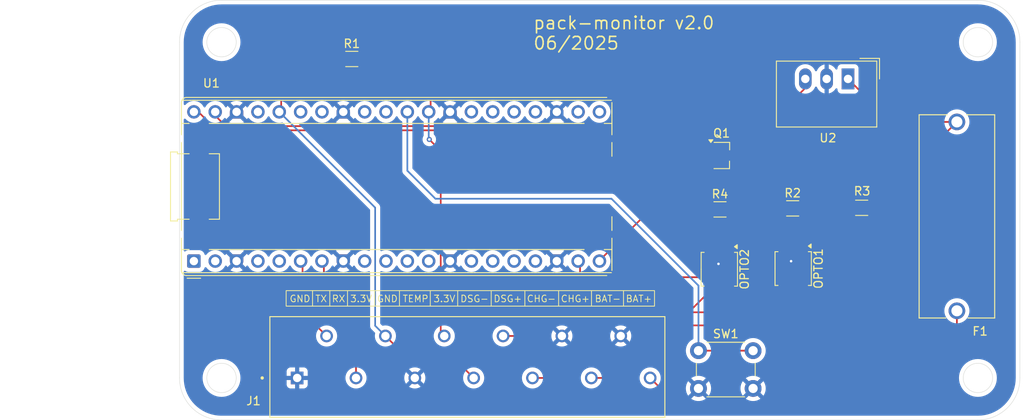
<source format=kicad_pcb>
(kicad_pcb (version 20240108) (generator "pcbnew") (generator_version "8.0")
  (layers (0 "F.Cu" signal) (31 "B.Cu" signal) (34 "B.Paste" user) (35 "F.Paste" user) (36 "B.SilkS" user "B.Silkscreen") (37 "F.SilkS" user "F.Silkscreen") (38 "B.Mask" user) (39 "F.Mask" user) (44 "Edge.Cuts" user))
  (net 0 "")
  (net 1 "+BATT")
  (net 2 "/BATT_V")
  (net 3 "+3.3V")
  (net 4 "GND")
  (net 5 "/DSG+")
  (net 6 "/DSG-")
  (net 7 "/CHG+")
  (net 8 "/CELLS_TX")
  (net 9 "/CELLS_RX")
  (net 10 "Net-(OPTO1-Pad4)")
  (net 11 "Net-(OPTO1-Pad1)")
  (net 12 "Net-(OPTO2-Pad1)")
  (net 13 "Net-(Q1-D)")
  (net 14 "/VSYS")
  (net 15 "/VBUS")
  (net 16 "/CHG")
  (net 17 "/DSG")
  (net 18 "/RESET")
  (net 42 "/TEMP")
  (footprint "Resistor_SMD:R_1206_3216Metric_Pad1.30x1.75mm_HandSolder" (layer "F.Cu") (at 150.5 78.5)
    (property "Reference" "R1" (at 0 -1.82 0) (layer "F.SilkS"))
    (property "Value" "4.7k")
    (pad "1" smd roundrect (at -1.55 0) (size 1.3 1.75) (layers "F.Cu" "F.Paste" "F.Mask") (roundrect_rratio 0.192308) (net 3 "+3.3V"))
    (pad "2" smd roundrect (at 1.55 0) (size 1.3 1.75) (layers "F.Cu" "F.Paste" "F.Mask") (roundrect_rratio 0.192308) (net 42 "/TEMP"))
  )
  (footprint "Package_SO:SOP-4_3.8x4.1mm_P2.54mm" (layer "F.Cu") (at 203.02 103.47 -90)
    (property "Reference" "OPTO1" (at 0 -3 90) (layer "F.SilkS"))
    (property "Value" "SSR")
    (pad "1" smd roundrect (at -2.75 -1.27 270) (size 1.45 0.55) (layers "F.Cu" "F.Paste" "F.Mask") (net 11 "Net-(OPTO1-Pad1)"))
    (pad "2" smd roundrect (at -2.75 1.27 270) (size 1.45 0.55) (layers "F.Cu" "F.Paste" "F.Mask") (net 4 "GND"))
    (pad "3" smd roundrect (at 2.75 1.27 270) (size 1.45 0.55) (layers "F.Cu" "F.Paste" "F.Mask") (net 7 "/CHG+"))
    (pad "4" smd roundrect (at 2.75 -1.27 270) (size 1.45 0.55) (layers "F.Cu" "F.Paste" "F.Mask") (net 10 "Net-(OPTO1-Pad4)"))
  )
  (footprint "pack-monitor:PHOENIX_1985302" (layer "F.Cu") (at 140.75 121.2)
    (property "Reference" "J1" (at -1.94 -1.96 0) (layer "F.SilkS"))
    (property "Value" "1985302")
    (pad "1" thru_hole rect (at 3.25 -4.7) (size 1.508 1.508) (drill 1) (layers "*.Cu" "*.Mask" "In1.Cu" "In2.Cu" "In3.Cu" "In4.Cu" "In5.Cu" "In6.Cu" "In7.Cu" "In8.Cu" "In9.Cu" "In10.Cu" "In11.Cu" "In12.Cu" "In13.Cu" "In14.Cu" "In15.Cu" "In16.Cu" "In17.Cu" "In18.Cu" "In19.Cu" "In20.Cu" "In21.Cu" "In22.Cu" "In23.Cu" "In24.Cu" "In25.Cu" "In26.Cu" "In27.Cu" "In28.Cu" "In29.Cu" "In30.Cu") (net 4 "GND"))
    (pad "2" thru_hole circle (at 6.75 -9.7) (size 1.508 1.508) (drill 1) (layers "*.Cu" "*.Mask" "In1.Cu" "In2.Cu" "In3.Cu" "In4.Cu" "In5.Cu" "In6.Cu" "In7.Cu" "In8.Cu" "In9.Cu" "In10.Cu" "In11.Cu" "In12.Cu" "In13.Cu" "In14.Cu" "In15.Cu" "In16.Cu" "In17.Cu" "In18.Cu" "In19.Cu" "In20.Cu" "In21.Cu" "In22.Cu" "In23.Cu" "In24.Cu" "In25.Cu" "In26.Cu" "In27.Cu" "In28.Cu" "In29.Cu" "In30.Cu") (net 8 "/CELLS_TX"))
    (pad "3" thru_hole circle (at 10.25 -4.7) (size 1.508 1.508) (drill 1) (layers "*.Cu" "*.Mask" "In1.Cu" "In2.Cu" "In3.Cu" "In4.Cu" "In5.Cu" "In6.Cu" "In7.Cu" "In8.Cu" "In9.Cu" "In10.Cu" "In11.Cu" "In12.Cu" "In13.Cu" "In14.Cu" "In15.Cu" "In16.Cu" "In17.Cu" "In18.Cu" "In19.Cu" "In20.Cu" "In21.Cu" "In22.Cu" "In23.Cu" "In24.Cu" "In25.Cu" "In26.Cu" "In27.Cu" "In28.Cu" "In29.Cu" "In30.Cu") (net 9 "/CELLS_RX"))
    (pad "4" thru_hole circle (at 13.75 -9.7) (size 1.508 1.508) (drill 1) (layers "*.Cu" "*.Mask" "In1.Cu" "In2.Cu" "In3.Cu" "In4.Cu" "In5.Cu" "In6.Cu" "In7.Cu" "In8.Cu" "In9.Cu" "In10.Cu" "In11.Cu" "In12.Cu" "In13.Cu" "In14.Cu" "In15.Cu" "In16.Cu" "In17.Cu" "In18.Cu" "In19.Cu" "In20.Cu" "In21.Cu" "In22.Cu" "In23.Cu" "In24.Cu" "In25.Cu" "In26.Cu" "In27.Cu" "In28.Cu" "In29.Cu" "In30.Cu") (net 3 "+3.3V"))
    (pad "5" thru_hole circle (at 17.25 -4.7) (size 1.508 1.508) (drill 1) (layers "*.Cu" "*.Mask" "In1.Cu" "In2.Cu" "In3.Cu" "In4.Cu" "In5.Cu" "In6.Cu" "In7.Cu" "In8.Cu" "In9.Cu" "In10.Cu" "In11.Cu" "In12.Cu" "In13.Cu" "In14.Cu" "In15.Cu" "In16.Cu" "In17.Cu" "In18.Cu" "In19.Cu" "In20.Cu" "In21.Cu" "In22.Cu" "In23.Cu" "In24.Cu" "In25.Cu" "In26.Cu" "In27.Cu" "In28.Cu" "In29.Cu" "In30.Cu") (net 4 "GND"))
    (pad "6" thru_hole circle (at 20.75 -9.7) (size 1.508 1.508) (drill 1) (layers "*.Cu" "*.Mask" "In1.Cu" "In2.Cu" "In3.Cu" "In4.Cu" "In5.Cu" "In6.Cu" "In7.Cu" "In8.Cu" "In9.Cu" "In10.Cu" "In11.Cu" "In12.Cu" "In13.Cu" "In14.Cu" "In15.Cu" "In16.Cu" "In17.Cu" "In18.Cu" "In19.Cu" "In20.Cu" "In21.Cu" "In22.Cu" "In23.Cu" "In24.Cu" "In25.Cu" "In26.Cu" "In27.Cu" "In28.Cu" "In29.Cu" "In30.Cu") (net 42 "/TEMP"))
    (pad "7" thru_hole circle (at 24.25 -4.7) (size 1.508 1.508) (drill 1) (layers "*.Cu" "*.Mask" "In1.Cu" "In2.Cu" "In3.Cu" "In4.Cu" "In5.Cu" "In6.Cu" "In7.Cu" "In8.Cu" "In9.Cu" "In10.Cu" "In11.Cu" "In12.Cu" "In13.Cu" "In14.Cu" "In15.Cu" "In16.Cu" "In17.Cu" "In18.Cu" "In19.Cu" "In20.Cu" "In21.Cu" "In22.Cu" "In23.Cu" "In24.Cu" "In25.Cu" "In26.Cu" "In27.Cu" "In28.Cu" "In29.Cu" "In30.Cu") (net 3 "+3.3V"))
    (pad "8" thru_hole circle (at 27.75 -9.7) (size 1.508 1.508) (drill 1) (layers "*.Cu" "*.Mask" "In1.Cu" "In2.Cu" "In3.Cu" "In4.Cu" "In5.Cu" "In6.Cu" "In7.Cu" "In8.Cu" "In9.Cu" "In10.Cu" "In11.Cu" "In12.Cu" "In13.Cu" "In14.Cu" "In15.Cu" "In16.Cu" "In17.Cu" "In18.Cu" "In19.Cu" "In20.Cu" "In21.Cu" "In22.Cu" "In23.Cu" "In24.Cu" "In25.Cu" "In26.Cu" "In27.Cu" "In28.Cu" "In29.Cu" "In30.Cu") (net 6 "/DSG-"))
    (pad "9" thru_hole circle (at 31.25 -4.7) (size 1.508 1.508) (drill 1) (layers "*.Cu" "*.Mask" "In1.Cu" "In2.Cu" "In3.Cu" "In4.Cu" "In5.Cu" "In6.Cu" "In7.Cu" "In8.Cu" "In9.Cu" "In10.Cu" "In11.Cu" "In12.Cu" "In13.Cu" "In14.Cu" "In15.Cu" "In16.Cu" "In17.Cu" "In18.Cu" "In19.Cu" "In20.Cu" "In21.Cu" "In22.Cu" "In23.Cu" "In24.Cu" "In25.Cu" "In26.Cu" "In27.Cu" "In28.Cu" "In29.Cu" "In30.Cu") (net 5 "/DSG+"))
    (pad "10" thru_hole circle (at 34.75 -9.7) (size 1.508 1.508) (drill 1) (layers "*.Cu" "*.Mask" "In1.Cu" "In2.Cu" "In3.Cu" "In4.Cu" "In5.Cu" "In6.Cu" "In7.Cu" "In8.Cu" "In9.Cu" "In10.Cu" "In11.Cu" "In12.Cu" "In13.Cu" "In14.Cu" "In15.Cu" "In16.Cu" "In17.Cu" "In18.Cu" "In19.Cu" "In20.Cu" "In21.Cu" "In22.Cu" "In23.Cu" "In24.Cu" "In25.Cu" "In26.Cu" "In27.Cu" "In28.Cu" "In29.Cu" "In30.Cu") (net 4 "GND"))
    (pad "11" thru_hole circle (at 38.25 -4.7) (size 1.508 1.508) (drill 1) (layers "*.Cu" "*.Mask" "In1.Cu" "In2.Cu" "In3.Cu" "In4.Cu" "In5.Cu" "In6.Cu" "In7.Cu" "In8.Cu" "In9.Cu" "In10.Cu" "In11.Cu" "In12.Cu" "In13.Cu" "In14.Cu" "In15.Cu" "In16.Cu" "In17.Cu" "In18.Cu" "In19.Cu" "In20.Cu" "In21.Cu" "In22.Cu" "In23.Cu" "In24.Cu" "In25.Cu" "In26.Cu" "In27.Cu" "In28.Cu" "In29.Cu" "In30.Cu") (net 7 "/CHG+"))
    (pad "12" thru_hole circle (at 41.75 -9.7) (size 1.508 1.508) (drill 1) (layers "*.Cu" "*.Mask" "In1.Cu" "In2.Cu" "In3.Cu" "In4.Cu" "In5.Cu" "In6.Cu" "In7.Cu" "In8.Cu" "In9.Cu" "In10.Cu" "In11.Cu" "In12.Cu" "In13.Cu" "In14.Cu" "In15.Cu" "In16.Cu" "In17.Cu" "In18.Cu" "In19.Cu" "In20.Cu" "In21.Cu" "In22.Cu" "In23.Cu" "In24.Cu" "In25.Cu" "In26.Cu" "In27.Cu" "In28.Cu" "In29.Cu" "In30.Cu") (net 4 "GND"))
    (pad "13" thru_hole circle (at 45.25 -4.7) (size 1.508 1.508) (drill 1) (layers "*.Cu" "*.Mask" "In1.Cu" "In2.Cu" "In3.Cu" "In4.Cu" "In5.Cu" "In6.Cu" "In7.Cu" "In8.Cu" "In9.Cu" "In10.Cu" "In11.Cu" "In12.Cu" "In13.Cu" "In14.Cu" "In15.Cu" "In16.Cu" "In17.Cu" "In18.Cu" "In19.Cu" "In20.Cu" "In21.Cu" "In22.Cu" "In23.Cu" "In24.Cu" "In25.Cu" "In26.Cu" "In27.Cu" "In28.Cu" "In29.Cu" "In30.Cu") (net 1 "+BATT"))
  )
  (footprint "Button_Switch_THT:SW_PUSH_6mm" (layer "F.Cu") (at 191.75 113.25)
    (property "Reference" "SW1" (at 3.25 -2 0) (layer "F.SilkS"))
    (property "Value" "RESET_BTN")
    (pad "1" thru_hole circle (at 0 0 90) (size 2 2) (drill 1.1) (layers "*.Cu" "*.Mask" "In1.Cu" "In2.Cu" "In3.Cu" "In4.Cu" "In5.Cu" "In6.Cu" "In7.Cu" "In8.Cu" "In9.Cu" "In10.Cu" "In11.Cu" "In12.Cu" "In13.Cu" "In14.Cu" "In15.Cu" "In16.Cu" "In17.Cu" "In18.Cu" "In19.Cu" "In20.Cu" "In21.Cu" "In22.Cu" "In23.Cu" "In24.Cu" "In25.Cu" "In26.Cu" "In27.Cu" "In28.Cu" "In29.Cu" "In30.Cu") (net 18 "/RESET"))
    (pad "1" thru_hole circle (at 6.5 0 90) (size 2 2) (drill 1.1) (layers "*.Cu" "*.Mask" "In1.Cu" "In2.Cu" "In3.Cu" "In4.Cu" "In5.Cu" "In6.Cu" "In7.Cu" "In8.Cu" "In9.Cu" "In10.Cu" "In11.Cu" "In12.Cu" "In13.Cu" "In14.Cu" "In15.Cu" "In16.Cu" "In17.Cu" "In18.Cu" "In19.Cu" "In20.Cu" "In21.Cu" "In22.Cu" "In23.Cu" "In24.Cu" "In25.Cu" "In26.Cu" "In27.Cu" "In28.Cu" "In29.Cu" "In30.Cu") (net 18 "/RESET"))
    (pad "2" thru_hole circle (at 0 4.5 90) (size 2 2) (drill 1.1) (layers "*.Cu" "*.Mask" "In1.Cu" "In2.Cu" "In3.Cu" "In4.Cu" "In5.Cu" "In6.Cu" "In7.Cu" "In8.Cu" "In9.Cu" "In10.Cu" "In11.Cu" "In12.Cu" "In13.Cu" "In14.Cu" "In15.Cu" "In16.Cu" "In17.Cu" "In18.Cu" "In19.Cu" "In20.Cu" "In21.Cu" "In22.Cu" "In23.Cu" "In24.Cu" "In25.Cu" "In26.Cu" "In27.Cu" "In28.Cu" "In29.Cu" "In30.Cu") (net 4 "GND"))
    (pad "2" thru_hole circle (at 6.5 4.5 90) (size 2 2) (drill 1.1) (layers "*.Cu" "*.Mask" "In1.Cu" "In2.Cu" "In3.Cu" "In4.Cu" "In5.Cu" "In6.Cu" "In7.Cu" "In8.Cu" "In9.Cu" "In10.Cu" "In11.Cu" "In12.Cu" "In13.Cu" "In14.Cu" "In15.Cu" "In16.Cu" "In17.Cu" "In18.Cu" "In19.Cu" "In20.Cu" "In21.Cu" "In22.Cu" "In23.Cu" "In24.Cu" "In25.Cu" "In26.Cu" "In27.Cu" "In28.Cu" "In29.Cu" "In30.Cu") (net 4 "GND"))
  )
  (footprint "Package_TO_SOT_SMD:TSOT-23_HandSoldering" (layer "F.Cu") (at 194.5 90)
    (property "Reference" "Q1" (at 0 -2.65 0) (layer "F.SilkS"))
    (property "Value" "PMOS")
    (pad "1" smd roundrect (at -1.71 -0.95) (size 2 0.65) (layers "F.Cu" "F.Paste" "F.Mask") (net 13 "Net-(Q1-D)"))
    (pad "2" smd roundrect (at -1.71 0.95) (size 2 0.65) (layers "F.Cu" "F.Paste" "F.Mask") (net 15 "/VBUS"))
    (pad "3" smd roundrect (at 1.71 0) (size 2 0.65) (layers "F.Cu" "F.Paste" "F.Mask") (net 14 "/VSYS"))
  )
  (footprint "pack-monitor:RaspberryPi_Pico_Common_THT" (layer "F.Cu") (at 131.71 102.58 90)
    (property "Reference" "U1" (at 21.19 0.99 0) (layer "F.SilkS") (effects (justify left)))
    (property "Value" "Pico")
    (pad "1" thru_hole roundrect (at 0 0 90) (size 1.6 1.6) (drill 1) (layers "*.Cu" "*.Mask" "In1.Cu" "In2.Cu" "In3.Cu" "In4.Cu" "In5.Cu" "In6.Cu" "In7.Cu" "In8.Cu" "In9.Cu" "In10.Cu" "In11.Cu" "In12.Cu" "In13.Cu" "In14.Cu" "In15.Cu" "In16.Cu" "In17.Cu" "In18.Cu" "In19.Cu" "In20.Cu" "In21.Cu" "In22.Cu" "In23.Cu" "In24.Cu" "In25.Cu" "In26.Cu" "In27.Cu" "In28.Cu" "In29.Cu" "In30.Cu") (roundrect_rratio 0.125))
    (pad "2" thru_hole circle (at 0 2.54 90) (size 1.6 1.6) (drill 1) (layers "*.Cu" "*.Mask" "In1.Cu" "In2.Cu" "In3.Cu" "In4.Cu" "In5.Cu" "In6.Cu" "In7.Cu" "In8.Cu" "In9.Cu" "In10.Cu" "In11.Cu" "In12.Cu" "In13.Cu" "In14.Cu" "In15.Cu" "In16.Cu" "In17.Cu" "In18.Cu" "In19.Cu" "In20.Cu" "In21.Cu" "In22.Cu" "In23.Cu" "In24.Cu" "In25.Cu" "In26.Cu" "In27.Cu" "In28.Cu" "In29.Cu" "In30.Cu"))
    (pad "3" thru_hole custom (at 0 5.08 90) (size 1.6 1.6) (drill 1) (layers "*.Cu" "*.Mask" "In1.Cu" "In2.Cu" "In3.Cu" "In4.Cu" "In5.Cu" "In6.Cu" "In7.Cu" "In8.Cu" "In9.Cu" "In10.Cu" "In11.Cu" "In12.Cu" "In13.Cu" "In14.Cu" "In15.Cu" "In16.Cu" "In17.Cu" "In18.Cu" "In19.Cu" "In20.Cu" "In21.Cu" "In22.Cu" "In23.Cu" "In24.Cu" "In25.Cu" "In26.Cu" "In27.Cu" "In28.Cu" "In29.Cu" "In30.Cu") (net 4 "GND") (options (clearance outline) (anchor circle)) (primitives (gr_poly (pts (xy 0.8 0.6) (xy 0.8 -0.6) (xy 0.6 -0.8) (xy 0 -0.8) (xy 0 0.8) (xy 0.6 0.8)) (width 0) (fill yes)) (gr_circle (center 0.6 0.6) (end 0.8 0.6) (width 0) (fill yes)) (gr_circle (center 0.6 -0.6) (end 0.8 -0.6) (width 0) (fill yes))))
    (pad "4" thru_hole circle (at 0 7.62 90) (size 1.6 1.6) (drill 1) (layers "*.Cu" "*.Mask" "In1.Cu" "In2.Cu" "In3.Cu" "In4.Cu" "In5.Cu" "In6.Cu" "In7.Cu" "In8.Cu" "In9.Cu" "In10.Cu" "In11.Cu" "In12.Cu" "In13.Cu" "In14.Cu" "In15.Cu" "In16.Cu" "In17.Cu" "In18.Cu" "In19.Cu" "In20.Cu" "In21.Cu" "In22.Cu" "In23.Cu" "In24.Cu" "In25.Cu" "In26.Cu" "In27.Cu" "In28.Cu" "In29.Cu" "In30.Cu"))
    (pad "5" thru_hole circle (at 0 10.16 90) (size 1.6 1.6) (drill 1) (layers "*.Cu" "*.Mask" "In1.Cu" "In2.Cu" "In3.Cu" "In4.Cu" "In5.Cu" "In6.Cu" "In7.Cu" "In8.Cu" "In9.Cu" "In10.Cu" "In11.Cu" "In12.Cu" "In13.Cu" "In14.Cu" "In15.Cu" "In16.Cu" "In17.Cu" "In18.Cu" "In19.Cu" "In20.Cu" "In21.Cu" "In22.Cu" "In23.Cu" "In24.Cu" "In25.Cu" "In26.Cu" "In27.Cu" "In28.Cu" "In29.Cu" "In30.Cu"))
    (pad "6" thru_hole circle (at 0 12.7 90) (size 1.6 1.6) (drill 1) (layers "*.Cu" "*.Mask" "In1.Cu" "In2.Cu" "In3.Cu" "In4.Cu" "In5.Cu" "In6.Cu" "In7.Cu" "In8.Cu" "In9.Cu" "In10.Cu" "In11.Cu" "In12.Cu" "In13.Cu" "In14.Cu" "In15.Cu" "In16.Cu" "In17.Cu" "In18.Cu" "In19.Cu" "In20.Cu" "In21.Cu" "In22.Cu" "In23.Cu" "In24.Cu" "In25.Cu" "In26.Cu" "In27.Cu" "In28.Cu" "In29.Cu" "In30.Cu") (net 8 "/CELLS_TX"))
    (pad "7" thru_hole circle (at 0 15.24 90) (size 1.6 1.6) (drill 1) (layers "*.Cu" "*.Mask" "In1.Cu" "In2.Cu" "In3.Cu" "In4.Cu" "In5.Cu" "In6.Cu" "In7.Cu" "In8.Cu" "In9.Cu" "In10.Cu" "In11.Cu" "In12.Cu" "In13.Cu" "In14.Cu" "In15.Cu" "In16.Cu" "In17.Cu" "In18.Cu" "In19.Cu" "In20.Cu" "In21.Cu" "In22.Cu" "In23.Cu" "In24.Cu" "In25.Cu" "In26.Cu" "In27.Cu" "In28.Cu" "In29.Cu" "In30.Cu") (net 9 "/CELLS_RX"))
    (pad "8" thru_hole custom (at 0 17.78 90) (size 1.6 1.6) (drill 1) (layers "*.Cu" "*.Mask" "In1.Cu" "In2.Cu" "In3.Cu" "In4.Cu" "In5.Cu" "In6.Cu" "In7.Cu" "In8.Cu" "In9.Cu" "In10.Cu" "In11.Cu" "In12.Cu" "In13.Cu" "In14.Cu" "In15.Cu" "In16.Cu" "In17.Cu" "In18.Cu" "In19.Cu" "In20.Cu" "In21.Cu" "In22.Cu" "In23.Cu" "In24.Cu" "In25.Cu" "In26.Cu" "In27.Cu" "In28.Cu" "In29.Cu" "In30.Cu") (net 4 "GND") (options (clearance outline) (anchor circle)) (primitives (gr_poly (pts (xy 0.8 0.6) (xy 0.8 -0.6) (xy 0.6 -0.8) (xy 0 -0.8) (xy 0 0.8) (xy 0.6 0.8)) (width 0) (fill yes)) (gr_circle (center 0.6 0.6) (end 0.8 0.6) (width 0) (fill yes)) (gr_circle (center 0.6 -0.6) (end 0.8 -0.6) (width 0) (fill yes))))
    (pad "9" thru_hole circle (at 0 20.32 90) (size 1.6 1.6) (drill 1) (layers "*.Cu" "*.Mask" "In1.Cu" "In2.Cu" "In3.Cu" "In4.Cu" "In5.Cu" "In6.Cu" "In7.Cu" "In8.Cu" "In9.Cu" "In10.Cu" "In11.Cu" "In12.Cu" "In13.Cu" "In14.Cu" "In15.Cu" "In16.Cu" "In17.Cu" "In18.Cu" "In19.Cu" "In20.Cu" "In21.Cu" "In22.Cu" "In23.Cu" "In24.Cu" "In25.Cu" "In26.Cu" "In27.Cu" "In28.Cu" "In29.Cu" "In30.Cu"))
    (pad "10" thru_hole circle (at 0 22.86 90) (size 1.6 1.6) (drill 1) (layers "*.Cu" "*.Mask" "In1.Cu" "In2.Cu" "In3.Cu" "In4.Cu" "In5.Cu" "In6.Cu" "In7.Cu" "In8.Cu" "In9.Cu" "In10.Cu" "In11.Cu" "In12.Cu" "In13.Cu" "In14.Cu" "In15.Cu" "In16.Cu" "In17.Cu" "In18.Cu" "In19.Cu" "In20.Cu" "In21.Cu" "In22.Cu" "In23.Cu" "In24.Cu" "In25.Cu" "In26.Cu" "In27.Cu" "In28.Cu" "In29.Cu" "In30.Cu"))
    (pad "11" thru_hole circle (at 0 25.4 90) (size 1.6 1.6) (drill 1) (layers "*.Cu" "*.Mask" "In1.Cu" "In2.Cu" "In3.Cu" "In4.Cu" "In5.Cu" "In6.Cu" "In7.Cu" "In8.Cu" "In9.Cu" "In10.Cu" "In11.Cu" "In12.Cu" "In13.Cu" "In14.Cu" "In15.Cu" "In16.Cu" "In17.Cu" "In18.Cu" "In19.Cu" "In20.Cu" "In21.Cu" "In22.Cu" "In23.Cu" "In24.Cu" "In25.Cu" "In26.Cu" "In27.Cu" "In28.Cu" "In29.Cu" "In30.Cu"))
    (pad "12" thru_hole circle (at 0 27.94 90) (size 1.6 1.6) (drill 1) (layers "*.Cu" "*.Mask" "In1.Cu" "In2.Cu" "In3.Cu" "In4.Cu" "In5.Cu" "In6.Cu" "In7.Cu" "In8.Cu" "In9.Cu" "In10.Cu" "In11.Cu" "In12.Cu" "In13.Cu" "In14.Cu" "In15.Cu" "In16.Cu" "In17.Cu" "In18.Cu" "In19.Cu" "In20.Cu" "In21.Cu" "In22.Cu" "In23.Cu" "In24.Cu" "In25.Cu" "In26.Cu" "In27.Cu" "In28.Cu" "In29.Cu" "In30.Cu"))
    (pad "13" thru_hole custom (at 0 30.48 90) (size 1.6 1.6) (drill 1) (layers "*.Cu" "*.Mask" "In1.Cu" "In2.Cu" "In3.Cu" "In4.Cu" "In5.Cu" "In6.Cu" "In7.Cu" "In8.Cu" "In9.Cu" "In10.Cu" "In11.Cu" "In12.Cu" "In13.Cu" "In14.Cu" "In15.Cu" "In16.Cu" "In17.Cu" "In18.Cu" "In19.Cu" "In20.Cu" "In21.Cu" "In22.Cu" "In23.Cu" "In24.Cu" "In25.Cu" "In26.Cu" "In27.Cu" "In28.Cu" "In29.Cu" "In30.Cu") (net 4 "GND") (options (clearance outline) (anchor circle)) (primitives (gr_poly (pts (xy 0.8 0.6) (xy 0.8 -0.6) (xy 0.6 -0.8) (xy 0 -0.8) (xy 0 0.8) (xy 0.6 0.8)) (width 0) (fill yes)) (gr_circle (center 0.6 0.6) (end 0.8 0.6) (width 0) (fill yes)) (gr_circle (center 0.6 -0.6) (end 0.8 -0.6) (width 0) (fill yes))))
    (pad "14" thru_hole circle (at 0 33.02 90) (size 1.6 1.6) (drill 1) (layers "*.Cu" "*.Mask" "In1.Cu" "In2.Cu" "In3.Cu" "In4.Cu" "In5.Cu" "In6.Cu" "In7.Cu" "In8.Cu" "In9.Cu" "In10.Cu" "In11.Cu" "In12.Cu" "In13.Cu" "In14.Cu" "In15.Cu" "In16.Cu" "In17.Cu" "In18.Cu" "In19.Cu" "In20.Cu" "In21.Cu" "In22.Cu" "In23.Cu" "In24.Cu" "In25.Cu" "In26.Cu" "In27.Cu" "In28.Cu" "In29.Cu" "In30.Cu"))
    (pad "15" thru_hole circle (at 0 35.56 90) (size 1.6 1.6) (drill 1) (layers "*.Cu" "*.Mask" "In1.Cu" "In2.Cu" "In3.Cu" "In4.Cu" "In5.Cu" "In6.Cu" "In7.Cu" "In8.Cu" "In9.Cu" "In10.Cu" "In11.Cu" "In12.Cu" "In13.Cu" "In14.Cu" "In15.Cu" "In16.Cu" "In17.Cu" "In18.Cu" "In19.Cu" "In20.Cu" "In21.Cu" "In22.Cu" "In23.Cu" "In24.Cu" "In25.Cu" "In26.Cu" "In27.Cu" "In28.Cu" "In29.Cu" "In30.Cu"))
    (pad "16" thru_hole circle (at 0 38.1 90) (size 1.6 1.6) (drill 1) (layers "*.Cu" "*.Mask" "In1.Cu" "In2.Cu" "In3.Cu" "In4.Cu" "In5.Cu" "In6.Cu" "In7.Cu" "In8.Cu" "In9.Cu" "In10.Cu" "In11.Cu" "In12.Cu" "In13.Cu" "In14.Cu" "In15.Cu" "In16.Cu" "In17.Cu" "In18.Cu" "In19.Cu" "In20.Cu" "In21.Cu" "In22.Cu" "In23.Cu" "In24.Cu" "In25.Cu" "In26.Cu" "In27.Cu" "In28.Cu" "In29.Cu" "In30.Cu"))
    (pad "17" thru_hole circle (at 0 40.64 90) (size 1.6 1.6) (drill 1) (layers "*.Cu" "*.Mask" "In1.Cu" "In2.Cu" "In3.Cu" "In4.Cu" "In5.Cu" "In6.Cu" "In7.Cu" "In8.Cu" "In9.Cu" "In10.Cu" "In11.Cu" "In12.Cu" "In13.Cu" "In14.Cu" "In15.Cu" "In16.Cu" "In17.Cu" "In18.Cu" "In19.Cu" "In20.Cu" "In21.Cu" "In22.Cu" "In23.Cu" "In24.Cu" "In25.Cu" "In26.Cu" "In27.Cu" "In28.Cu" "In29.Cu" "In30.Cu"))
    (pad "18" thru_hole custom (at 0 43.18 90) (size 1.6 1.6) (drill 1) (layers "*.Cu" "*.Mask" "In1.Cu" "In2.Cu" "In3.Cu" "In4.Cu" "In5.Cu" "In6.Cu" "In7.Cu" "In8.Cu" "In9.Cu" "In10.Cu" "In11.Cu" "In12.Cu" "In13.Cu" "In14.Cu" "In15.Cu" "In16.Cu" "In17.Cu" "In18.Cu" "In19.Cu" "In20.Cu" "In21.Cu" "In22.Cu" "In23.Cu" "In24.Cu" "In25.Cu" "In26.Cu" "In27.Cu" "In28.Cu" "In29.Cu" "In30.Cu") (net 4 "GND") (options (clearance outline) (anchor circle)) (primitives (gr_poly (pts (xy 0.8 0.6) (xy 0.8 -0.6) (xy 0.6 -0.8) (xy 0 -0.8) (xy 0 0.8) (xy 0.6 0.8)) (width 0) (fill yes)) (gr_circle (center 0.6 0.6) (end 0.8 0.6) (width 0) (fill yes)) (gr_circle (center 0.6 -0.6) (end 0.8 -0.6) (width 0) (fill yes))))
    (pad "19" thru_hole circle (at 0 45.72 90) (size 1.6 1.6) (drill 1) (layers "*.Cu" "*.Mask" "In1.Cu" "In2.Cu" "In3.Cu" "In4.Cu" "In5.Cu" "In6.Cu" "In7.Cu" "In8.Cu" "In9.Cu" "In10.Cu" "In11.Cu" "In12.Cu" "In13.Cu" "In14.Cu" "In15.Cu" "In16.Cu" "In17.Cu" "In18.Cu" "In19.Cu" "In20.Cu" "In21.Cu" "In22.Cu" "In23.Cu" "In24.Cu" "In25.Cu" "In26.Cu" "In27.Cu" "In28.Cu" "In29.Cu" "In30.Cu") (net 16 "/CHG"))
    (pad "20" thru_hole circle (at 0 48.26 90) (size 1.6 1.6) (drill 1) (layers "*.Cu" "*.Mask" "In1.Cu" "In2.Cu" "In3.Cu" "In4.Cu" "In5.Cu" "In6.Cu" "In7.Cu" "In8.Cu" "In9.Cu" "In10.Cu" "In11.Cu" "In12.Cu" "In13.Cu" "In14.Cu" "In15.Cu" "In16.Cu" "In17.Cu" "In18.Cu" "In19.Cu" "In20.Cu" "In21.Cu" "In22.Cu" "In23.Cu" "In24.Cu" "In25.Cu" "In26.Cu" "In27.Cu" "In28.Cu" "In29.Cu" "In30.Cu") (net 17 "/DSG"))
    (pad "21" thru_hole circle (at 17.78 48.26 90) (size 1.6 1.6) (drill 1) (layers "*.Cu" "*.Mask" "In1.Cu" "In2.Cu" "In3.Cu" "In4.Cu" "In5.Cu" "In6.Cu" "In7.Cu" "In8.Cu" "In9.Cu" "In10.Cu" "In11.Cu" "In12.Cu" "In13.Cu" "In14.Cu" "In15.Cu" "In16.Cu" "In17.Cu" "In18.Cu" "In19.Cu" "In20.Cu" "In21.Cu" "In22.Cu" "In23.Cu" "In24.Cu" "In25.Cu" "In26.Cu" "In27.Cu" "In28.Cu" "In29.Cu" "In30.Cu"))
    (pad "22" thru_hole circle (at 17.78 45.72 90) (size 1.6 1.6) (drill 1) (layers "*.Cu" "*.Mask" "In1.Cu" "In2.Cu" "In3.Cu" "In4.Cu" "In5.Cu" "In6.Cu" "In7.Cu" "In8.Cu" "In9.Cu" "In10.Cu" "In11.Cu" "In12.Cu" "In13.Cu" "In14.Cu" "In15.Cu" "In16.Cu" "In17.Cu" "In18.Cu" "In19.Cu" "In20.Cu" "In21.Cu" "In22.Cu" "In23.Cu" "In24.Cu" "In25.Cu" "In26.Cu" "In27.Cu" "In28.Cu" "In29.Cu" "In30.Cu"))
    (pad "23" thru_hole custom (at 17.78 43.18 90) (size 1.6 1.6) (drill 1) (layers "*.Cu" "*.Mask" "In1.Cu" "In2.Cu" "In3.Cu" "In4.Cu" "In5.Cu" "In6.Cu" "In7.Cu" "In8.Cu" "In9.Cu" "In10.Cu" "In11.Cu" "In12.Cu" "In13.Cu" "In14.Cu" "In15.Cu" "In16.Cu" "In17.Cu" "In18.Cu" "In19.Cu" "In20.Cu" "In21.Cu" "In22.Cu" "In23.Cu" "In24.Cu" "In25.Cu" "In26.Cu" "In27.Cu" "In28.Cu" "In29.Cu" "In30.Cu") (net 4 "GND") (options (clearance outline) (anchor circle)) (primitives (gr_poly (pts (xy -0.8 0.6) (xy -0.8 -0.6) (xy -0.6 -0.8) (xy 0 -0.8) (xy 0 0.8) (xy -0.6 0.8)) (width 0) (fill yes)) (gr_circle (center -0.6 0.6) (end -0.4 0.6) (width 0) (fill yes)) (gr_circle (center -0.6 -0.6) (end -0.4 -0.6) (width 0) (fill yes))))
    (pad "24" thru_hole circle (at 17.78 40.64 90) (size 1.6 1.6) (drill 1) (layers "*.Cu" "*.Mask" "In1.Cu" "In2.Cu" "In3.Cu" "In4.Cu" "In5.Cu" "In6.Cu" "In7.Cu" "In8.Cu" "In9.Cu" "In10.Cu" "In11.Cu" "In12.Cu" "In13.Cu" "In14.Cu" "In15.Cu" "In16.Cu" "In17.Cu" "In18.Cu" "In19.Cu" "In20.Cu" "In21.Cu" "In22.Cu" "In23.Cu" "In24.Cu" "In25.Cu" "In26.Cu" "In27.Cu" "In28.Cu" "In29.Cu" "In30.Cu"))
    (pad "25" thru_hole circle (at 17.78 38.1 90) (size 1.6 1.6) (drill 1) (layers "*.Cu" "*.Mask" "In1.Cu" "In2.Cu" "In3.Cu" "In4.Cu" "In5.Cu" "In6.Cu" "In7.Cu" "In8.Cu" "In9.Cu" "In10.Cu" "In11.Cu" "In12.Cu" "In13.Cu" "In14.Cu" "In15.Cu" "In16.Cu" "In17.Cu" "In18.Cu" "In19.Cu" "In20.Cu" "In21.Cu" "In22.Cu" "In23.Cu" "In24.Cu" "In25.Cu" "In26.Cu" "In27.Cu" "In28.Cu" "In29.Cu" "In30.Cu"))
    (pad "26" thru_hole circle (at 17.78 35.56 90) (size 1.6 1.6) (drill 1) (layers "*.Cu" "*.Mask" "In1.Cu" "In2.Cu" "In3.Cu" "In4.Cu" "In5.Cu" "In6.Cu" "In7.Cu" "In8.Cu" "In9.Cu" "In10.Cu" "In11.Cu" "In12.Cu" "In13.Cu" "In14.Cu" "In15.Cu" "In16.Cu" "In17.Cu" "In18.Cu" "In19.Cu" "In20.Cu" "In21.Cu" "In22.Cu" "In23.Cu" "In24.Cu" "In25.Cu" "In26.Cu" "In27.Cu" "In28.Cu" "In29.Cu" "In30.Cu"))
    (pad "27" thru_hole circle (at 17.78 33.02 90) (size 1.6 1.6) (drill 1) (layers "*.Cu" "*.Mask" "In1.Cu" "In2.Cu" "In3.Cu" "In4.Cu" "In5.Cu" "In6.Cu" "In7.Cu" "In8.Cu" "In9.Cu" "In10.Cu" "In11.Cu" "In12.Cu" "In13.Cu" "In14.Cu" "In15.Cu" "In16.Cu" "In17.Cu" "In18.Cu" "In19.Cu" "In20.Cu" "In21.Cu" "In22.Cu" "In23.Cu" "In24.Cu" "In25.Cu" "In26.Cu" "In27.Cu" "In28.Cu" "In29.Cu" "In30.Cu"))
    (pad "28" thru_hole custom (at 17.78 30.48 90) (size 1.6 1.6) (drill 1) (layers "*.Cu" "*.Mask" "In1.Cu" "In2.Cu" "In3.Cu" "In4.Cu" "In5.Cu" "In6.Cu" "In7.Cu" "In8.Cu" "In9.Cu" "In10.Cu" "In11.Cu" "In12.Cu" "In13.Cu" "In14.Cu" "In15.Cu" "In16.Cu" "In17.Cu" "In18.Cu" "In19.Cu" "In20.Cu" "In21.Cu" "In22.Cu" "In23.Cu" "In24.Cu" "In25.Cu" "In26.Cu" "In27.Cu" "In28.Cu" "In29.Cu" "In30.Cu") (net 4 "GND") (options (clearance outline) (anchor circle)) (primitives (gr_poly (pts (xy -0.8 0.6) (xy -0.8 -0.6) (xy -0.6 -0.8) (xy 0 -0.8) (xy 0 0.8) (xy -0.6 0.8)) (width 0) (fill yes)) (gr_circle (center -0.6 0.6) (end -0.4 0.6) (width 0) (fill yes)) (gr_circle (center -0.6 -0.6) (end -0.4 -0.6) (width 0) (fill yes))))
    (pad "29" thru_hole circle (at 17.78 27.94 90) (size 1.6 1.6) (drill 1) (layers "*.Cu" "*.Mask" "In1.Cu" "In2.Cu" "In3.Cu" "In4.Cu" "In5.Cu" "In6.Cu" "In7.Cu" "In8.Cu" "In9.Cu" "In10.Cu" "In11.Cu" "In12.Cu" "In13.Cu" "In14.Cu" "In15.Cu" "In16.Cu" "In17.Cu" "In18.Cu" "In19.Cu" "In20.Cu" "In21.Cu" "In22.Cu" "In23.Cu" "In24.Cu" "In25.Cu" "In26.Cu" "In27.Cu" "In28.Cu" "In29.Cu" "In30.Cu") (net 42 "/TEMP"))
    (pad "30" thru_hole circle (at 17.78 25.4 90) (size 1.6 1.6) (drill 1) (layers "*.Cu" "*.Mask" "In1.Cu" "In2.Cu" "In3.Cu" "In4.Cu" "In5.Cu" "In6.Cu" "In7.Cu" "In8.Cu" "In9.Cu" "In10.Cu" "In11.Cu" "In12.Cu" "In13.Cu" "In14.Cu" "In15.Cu" "In16.Cu" "In17.Cu" "In18.Cu" "In19.Cu" "In20.Cu" "In21.Cu" "In22.Cu" "In23.Cu" "In24.Cu" "In25.Cu" "In26.Cu" "In27.Cu" "In28.Cu" "In29.Cu" "In30.Cu") (net 18 "/RESET"))
    (pad "31" thru_hole circle (at 17.78 22.86 90) (size 1.6 1.6) (drill 1) (layers "*.Cu" "*.Mask" "In1.Cu" "In2.Cu" "In3.Cu" "In4.Cu" "In5.Cu" "In6.Cu" "In7.Cu" "In8.Cu" "In9.Cu" "In10.Cu" "In11.Cu" "In12.Cu" "In13.Cu" "In14.Cu" "In15.Cu" "In16.Cu" "In17.Cu" "In18.Cu" "In19.Cu" "In20.Cu" "In21.Cu" "In22.Cu" "In23.Cu" "In24.Cu" "In25.Cu" "In26.Cu" "In27.Cu" "In28.Cu" "In29.Cu" "In30.Cu"))
    (pad "32" thru_hole circle (at 17.78 20.32 90) (size 1.6 1.6) (drill 1) (layers "*.Cu" "*.Mask" "In1.Cu" "In2.Cu" "In3.Cu" "In4.Cu" "In5.Cu" "In6.Cu" "In7.Cu" "In8.Cu" "In9.Cu" "In10.Cu" "In11.Cu" "In12.Cu" "In13.Cu" "In14.Cu" "In15.Cu" "In16.Cu" "In17.Cu" "In18.Cu" "In19.Cu" "In20.Cu" "In21.Cu" "In22.Cu" "In23.Cu" "In24.Cu" "In25.Cu" "In26.Cu" "In27.Cu" "In28.Cu" "In29.Cu" "In30.Cu"))
    (pad "33" thru_hole custom (at 17.78 17.78 90) (size 1.6 1.6) (drill 1) (layers "*.Cu" "*.Mask" "In1.Cu" "In2.Cu" "In3.Cu" "In4.Cu" "In5.Cu" "In6.Cu" "In7.Cu" "In8.Cu" "In9.Cu" "In10.Cu" "In11.Cu" "In12.Cu" "In13.Cu" "In14.Cu" "In15.Cu" "In16.Cu" "In17.Cu" "In18.Cu" "In19.Cu" "In20.Cu" "In21.Cu" "In22.Cu" "In23.Cu" "In24.Cu" "In25.Cu" "In26.Cu" "In27.Cu" "In28.Cu" "In29.Cu" "In30.Cu") (net 4 "GND") (options (clearance outline) (anchor circle)) (primitives (gr_poly (pts (xy -0.8 0.6) (xy -0.8 -0.6) (xy -0.6 -0.8) (xy 0 -0.8) (xy 0 0.8) (xy -0.6 0.8)) (width 0) (fill yes)) (gr_circle (center -0.6 0.6) (end -0.4 0.6) (width 0) (fill yes)) (gr_circle (center -0.6 -0.6) (end -0.4 -0.6) (width 0) (fill yes))))
    (pad "34" thru_hole circle (at 17.78 15.24 90) (size 1.6 1.6) (drill 1) (layers "*.Cu" "*.Mask" "In1.Cu" "In2.Cu" "In3.Cu" "In4.Cu" "In5.Cu" "In6.Cu" "In7.Cu" "In8.Cu" "In9.Cu" "In10.Cu" "In11.Cu" "In12.Cu" "In13.Cu" "In14.Cu" "In15.Cu" "In16.Cu" "In17.Cu" "In18.Cu" "In19.Cu" "In20.Cu" "In21.Cu" "In22.Cu" "In23.Cu" "In24.Cu" "In25.Cu" "In26.Cu" "In27.Cu" "In28.Cu" "In29.Cu" "In30.Cu"))
    (pad "35" thru_hole circle (at 17.78 12.7 90) (size 1.6 1.6) (drill 1) (layers "*.Cu" "*.Mask" "In1.Cu" "In2.Cu" "In3.Cu" "In4.Cu" "In5.Cu" "In6.Cu" "In7.Cu" "In8.Cu" "In9.Cu" "In10.Cu" "In11.Cu" "In12.Cu" "In13.Cu" "In14.Cu" "In15.Cu" "In16.Cu" "In17.Cu" "In18.Cu" "In19.Cu" "In20.Cu" "In21.Cu" "In22.Cu" "In23.Cu" "In24.Cu" "In25.Cu" "In26.Cu" "In27.Cu" "In28.Cu" "In29.Cu" "In30.Cu"))
    (pad "36" thru_hole circle (at 17.78 10.16 90) (size 1.6 1.6) (drill 1) (layers "*.Cu" "*.Mask" "In1.Cu" "In2.Cu" "In3.Cu" "In4.Cu" "In5.Cu" "In6.Cu" "In7.Cu" "In8.Cu" "In9.Cu" "In10.Cu" "In11.Cu" "In12.Cu" "In13.Cu" "In14.Cu" "In15.Cu" "In16.Cu" "In17.Cu" "In18.Cu" "In19.Cu" "In20.Cu" "In21.Cu" "In22.Cu" "In23.Cu" "In24.Cu" "In25.Cu" "In26.Cu" "In27.Cu" "In28.Cu" "In29.Cu" "In30.Cu") (net 3 "+3.3V"))
    (pad "37" thru_hole circle (at 17.78 7.62 90) (size 1.6 1.6) (drill 1) (layers "*.Cu" "*.Mask" "In1.Cu" "In2.Cu" "In3.Cu" "In4.Cu" "In5.Cu" "In6.Cu" "In7.Cu" "In8.Cu" "In9.Cu" "In10.Cu" "In11.Cu" "In12.Cu" "In13.Cu" "In14.Cu" "In15.Cu" "In16.Cu" "In17.Cu" "In18.Cu" "In19.Cu" "In20.Cu" "In21.Cu" "In22.Cu" "In23.Cu" "In24.Cu" "In25.Cu" "In26.Cu" "In27.Cu" "In28.Cu" "In29.Cu" "In30.Cu"))
    (pad "38" thru_hole custom (at 17.78 5.08 90) (size 1.6 1.6) (drill 1) (layers "*.Cu" "*.Mask" "In1.Cu" "In2.Cu" "In3.Cu" "In4.Cu" "In5.Cu" "In6.Cu" "In7.Cu" "In8.Cu" "In9.Cu" "In10.Cu" "In11.Cu" "In12.Cu" "In13.Cu" "In14.Cu" "In15.Cu" "In16.Cu" "In17.Cu" "In18.Cu" "In19.Cu" "In20.Cu" "In21.Cu" "In22.Cu" "In23.Cu" "In24.Cu" "In25.Cu" "In26.Cu" "In27.Cu" "In28.Cu" "In29.Cu" "In30.Cu") (net 4 "GND") (options (clearance outline) (anchor circle)) (primitives (gr_poly (pts (xy -0.8 0.6) (xy -0.8 -0.6) (xy -0.6 -0.8) (xy 0 -0.8) (xy 0 0.8) (xy -0.6 0.8)) (width 0) (fill yes)) (gr_circle (center -0.6 0.6) (end -0.4 0.6) (width 0) (fill yes)) (gr_circle (center -0.6 -0.6) (end -0.4 -0.6) (width 0) (fill yes))))
    (pad "39" thru_hole circle (at 17.78 2.54 90) (size 1.6 1.6) (drill 1) (layers "*.Cu" "*.Mask" "In1.Cu" "In2.Cu" "In3.Cu" "In4.Cu" "In5.Cu" "In6.Cu" "In7.Cu" "In8.Cu" "In9.Cu" "In10.Cu" "In11.Cu" "In12.Cu" "In13.Cu" "In14.Cu" "In15.Cu" "In16.Cu" "In17.Cu" "In18.Cu" "In19.Cu" "In20.Cu" "In21.Cu" "In22.Cu" "In23.Cu" "In24.Cu" "In25.Cu" "In26.Cu" "In27.Cu" "In28.Cu" "In29.Cu" "In30.Cu") (net 14 "/VSYS"))
    (pad "40" thru_hole circle (at 17.78 0 90) (size 1.6 1.6) (drill 1) (layers "*.Cu" "*.Mask" "In1.Cu" "In2.Cu" "In3.Cu" "In4.Cu" "In5.Cu" "In6.Cu" "In7.Cu" "In8.Cu" "In9.Cu" "In10.Cu" "In11.Cu" "In12.Cu" "In13.Cu" "In14.Cu" "In15.Cu" "In16.Cu" "In17.Cu" "In18.Cu" "In19.Cu" "In20.Cu" "In21.Cu" "In22.Cu" "In23.Cu" "In24.Cu" "In25.Cu" "In26.Cu" "In27.Cu" "In28.Cu" "In29.Cu" "In30.Cu") (net 15 "/VBUS"))
  )
  (footprint "Resistor_SMD:R_1206_3216Metric_Pad1.30x1.75mm_HandSolder" (layer "F.Cu") (at 194.31 96.42)
    (property "Reference" "R4" (at 0 -1.82 0) (layer "F.SilkS"))
    (property "Value" "1k")
    (pad "1" smd roundrect (at -1.55 0) (size 1.3 1.75) (layers "F.Cu" "F.Paste" "F.Mask") (roundrect_rratio 0.192308) (net 17 "/DSG"))
    (pad "2" smd roundrect (at 1.55 0) (size 1.3 1.75) (layers "F.Cu" "F.Paste" "F.Mask") (roundrect_rratio 0.192308) (net 12 "Net-(OPTO2-Pad1)"))
  )
  (footprint "Package_SO:SOP-4_3.8x4.1mm_P2.54mm" (layer "F.Cu") (at 194.23 103.55 -90)
    (property "Reference" "OPTO2" (at 0 -3 90) (layer "F.SilkS"))
    (property "Value" "SSR")
    (pad "1" smd roundrect (at -2.75 -1.27 270) (size 1.45 0.55) (layers "F.Cu" "F.Paste" "F.Mask") (net 12 "Net-(OPTO2-Pad1)"))
    (pad "2" smd roundrect (at -2.75 1.27 270) (size 1.45 0.55) (layers "F.Cu" "F.Paste" "F.Mask") (net 4 "GND"))
    (pad "3" smd roundrect (at 2.75 1.27 270) (size 1.45 0.55) (layers "F.Cu" "F.Paste" "F.Mask") (net 6 "/DSG-"))
    (pad "4" smd roundrect (at 2.75 -1.27 270) (size 1.45 0.55) (layers "F.Cu" "F.Paste" "F.Mask") (net 5 "/DSG+"))
  )
  (footprint "Resistor_SMD:R_1206_3216Metric_Pad1.30x1.75mm_HandSolder" (layer "F.Cu") (at 211.17 96.23 180)
    (property "Reference" "R3" (at -0.05 1.98 0) (layer "F.SilkS"))
    (property "Value" "1k")
    (pad "1" smd roundrect (at -1.55 0 180) (size 1.3 1.75) (layers "F.Cu" "F.Paste" "F.Mask") (roundrect_rratio 0.192308) (net 2 "/BATT_V"))
    (pad "2" smd roundrect (at 1.55 0 180) (size 1.3 1.75) (layers "F.Cu" "F.Paste" "F.Mask") (roundrect_rratio 0.192308) (net 10 "Net-(OPTO1-Pad4)"))
  )
  (footprint "Converter_DCDC:Converter_DCDC_TRACO_TSR-1_THT" (layer "F.Cu") (at 209.5425 80.8775 180)
    (property "Reference" "U2" (at 2.39 -7.04 0) (layer "F.SilkS"))
    (property "Value" "TSR 0.5-2450")
    (pad "1" thru_hole rect (at 0 0 180) (size 1.5 2.5) (drill 1) (layers "*.Cu" "*.Mask" "In1.Cu" "In2.Cu" "In3.Cu" "In4.Cu" "In5.Cu" "In6.Cu" "In7.Cu" "In8.Cu" "In9.Cu" "In10.Cu" "In11.Cu" "In12.Cu" "In13.Cu" "In14.Cu" "In15.Cu" "In16.Cu" "In17.Cu" "In18.Cu" "In19.Cu" "In20.Cu" "In21.Cu" "In22.Cu" "In23.Cu" "In24.Cu" "In25.Cu" "In26.Cu" "In27.Cu" "In28.Cu" "In29.Cu" "In30.Cu") (net 2 "/BATT_V"))
    (pad "2" thru_hole oval (at 2.54 0 180) (size 1.5 2.5) (drill 1) (layers "*.Cu" "*.Mask" "In1.Cu" "In2.Cu" "In3.Cu" "In4.Cu" "In5.Cu" "In6.Cu" "In7.Cu" "In8.Cu" "In9.Cu" "In10.Cu" "In11.Cu" "In12.Cu" "In13.Cu" "In14.Cu" "In15.Cu" "In16.Cu" "In17.Cu" "In18.Cu" "In19.Cu" "In20.Cu" "In21.Cu" "In22.Cu" "In23.Cu" "In24.Cu" "In25.Cu" "In26.Cu" "In27.Cu" "In28.Cu" "In29.Cu" "In30.Cu") (net 4 "GND"))
    (pad "3" thru_hole oval (at 5.08 0 180) (size 1.5 2.5) (drill 1) (layers "*.Cu" "*.Mask" "In1.Cu" "In2.Cu" "In3.Cu" "In4.Cu" "In5.Cu" "In6.Cu" "In7.Cu" "In8.Cu" "In9.Cu" "In10.Cu" "In11.Cu" "In12.Cu" "In13.Cu" "In14.Cu" "In15.Cu" "In16.Cu" "In17.Cu" "In18.Cu" "In19.Cu" "In20.Cu" "In21.Cu" "In22.Cu" "In23.Cu" "In24.Cu" "In25.Cu" "In26.Cu" "In27.Cu" "In28.Cu" "In29.Cu" "In30.Cu") (net 13 "Net-(Q1-D)"))
  )
  (footprint "Resistor_SMD:R_1206_3216Metric_Pad1.30x1.75mm_HandSolder" (layer "F.Cu") (at 202.96 96.3)
    (property "Reference" "R2" (at 0 -1.82 0) (layer "F.SilkS"))
    (property "Value" "1k")
    (pad "1" smd roundrect (at -1.55 0) (size 1.3 1.75) (layers "F.Cu" "F.Paste" "F.Mask") (roundrect_rratio 0.192308) (net 16 "/CHG"))
    (pad "2" smd roundrect (at 1.55 0) (size 1.3 1.75) (layers "F.Cu" "F.Paste" "F.Mask") (roundrect_rratio 0.192308) (net 11 "Net-(OPTO1-Pad1)"))
  )
  (footprint "pack-monitor:FUSE_4628" (layer "F.Cu") (at 222.5 97.25 90)
    (property "Reference" "F1" (at -13.69 2.76 180) (layer "F.SilkS"))
    (property "Value" "4628")
    (pad "1" thru_hole circle (at -11.25 0 90) (size 1.98 1.98) (drill 1.32) (layers "*.Cu" "*.Mask" "In1.Cu" "In2.Cu" "In3.Cu" "In4.Cu" "In5.Cu" "In6.Cu" "In7.Cu" "In8.Cu" "In9.Cu" "In10.Cu" "In11.Cu" "In12.Cu" "In13.Cu" "In14.Cu" "In15.Cu" "In16.Cu" "In17.Cu" "In18.Cu" "In19.Cu" "In20.Cu" "In21.Cu" "In22.Cu" "In23.Cu" "In24.Cu" "In25.Cu" "In26.Cu" "In27.Cu" "In28.Cu" "In29.Cu" "In30.Cu") (net 1 "+BATT"))
    (pad "2" thru_hole circle (at 11.25 0 90) (size 1.98 1.98) (drill 1.32) (layers "*.Cu" "*.Mask" "In1.Cu" "In2.Cu" "In3.Cu" "In4.Cu" "In5.Cu" "In6.Cu" "In7.Cu" "In8.Cu" "In9.Cu" "In10.Cu" "In11.Cu" "In12.Cu" "In13.Cu" "In14.Cu" "In15.Cu" "In16.Cu" "In17.Cu" "In18.Cu" "In19.Cu" "In20.Cu" "In21.Cu" "In22.Cu" "In23.Cu" "In24.Cu" "In25.Cu" "In26.Cu" "In27.Cu" "In28.Cu" "In29.Cu" "In30.Cu") (net 2 "/BATT_V"))
  )
  (gr_line (start 163.1 106.115) (end 163.1 107.915) (stroke (width 0.1)) (layer "F.SilkS"))
  (gr_line (start 147.88 106.095) (end 147.88 107.965) (stroke (width 0.1)) (layer "F.SilkS"))
  (gr_rect (start 142.69 106.095) (end 186.52 107.945) (stroke (width 0.1)) (fill none) (layer "F.SilkS"))
  (gr_line (start 156.17 106.115) (end 156.17 107.865) (stroke (width 0.1)) (layer "F.SilkS"))
  (gr_line (start 175.11 106.085) (end 175.11 107.895) (stroke (width 0.1)) (layer "F.SilkS"))
  (gr_line (start 145.83 106.095) (end 145.83 107.945) (stroke (width 0.1)) (layer "F.SilkS"))
  (gr_line (start 153.23 106.125) (end 153.23 107.875) (stroke (width 0.1)) (layer "F.SilkS"))
  (gr_line (start 167.09 106.155) (end 167.09 107.915) (stroke (width 0.1)) (layer "F.SilkS"))
  (gr_line (start 182.83 106.125) (end 182.83 107.905) (stroke (width 0.1)) (layer "F.SilkS"))
  (gr_line (start 179.02 106.125) (end 179.02 107.865) (stroke (width 0.1)) (layer "F.SilkS"))
  (gr_line (start 159.84 106.115) (end 159.84 107.915) (stroke (width 0.1)) (layer "F.SilkS"))
  (gr_line (start 171.09 106.145) (end 171.09 107.935) (stroke (width 0.1)) (layer "F.SilkS"))
  (gr_line (start 149.99 106.125) (end 149.99 107.905) (stroke (width 0.1)) (layer "F.SilkS"))
  (gr_circle (center 135 116.5) (end 136.75 116.5) (stroke (width 0.05)) (fill none) (layer "Edge.Cuts"))
  (gr_line (start 130 116.5) (end 130 76.5) (stroke (width 0.05)) (layer "Edge.Cuts"))
  (gr_line (start 230 76.5) (end 230 116.5) (stroke (width 0.05)) (layer "Edge.Cuts"))
  (gr_arc (start 135 121.5) (mid 131.464466 120.035534) (end 130 116.5) (stroke (width 0.05)) (layer "Edge.Cuts"))
  (gr_circle (center 135 76.5) (end 136.75 76.5) (stroke (width 0.05)) (fill none) (layer "Edge.Cuts"))
  (gr_circle (center 225 116.5) (end 226.75 116.5) (stroke (width 0.05)) (fill none) (layer "Edge.Cuts"))
  (gr_line (start 225 121.5) (end 135 121.5) (stroke (width 0.05)) (layer "Edge.Cuts"))
  (gr_circle (center 225 76.5) (end 226.75 76.5) (stroke (width 0.05)) (fill none) (layer "Edge.Cuts"))
  (gr_arc (start 230 116.5) (mid 228.535534 120.035534) (end 225 121.5) (stroke (width 0.05)) (layer "Edge.Cuts"))
  (gr_arc (start 130 76.5) (mid 131.464466 72.964466) (end 135 71.5) (stroke (width 0.05)) (layer "Edge.Cuts"))
  (gr_arc (start 225 71.5) (mid 228.535534 72.964466) (end 230 76.5) (stroke (width 0.05)) (layer "Edge.Cuts"))
  (gr_line (start 135 71.5) (end 225 71.5) (stroke (width 0.05)) (layer "Edge.Cuts"))
  (gr_text "pack-monitor v2.0\n06/2025" (at 172 77.5 0) (layer "F.SilkS") (effects (font (size 1.5 1.5) (thickness 0.1875)) (justify left bottom)))
  (gr_text "GND TX RX 3.3V GND TEMP 3.3V DSG- DSG+ CHG- CHG+ BAT- BAT+" (at 143.05 107.535 0) (layer "F.SilkS") (effects (font (size 0.8 0.8) (thickness 0.1)) (justify left bottom)))
  (segment (start 186 116.5) (end 189.41 119.91) (width 0.2) (layer "F.Cu") (net 1))
  (segment (start 189.41 119.91) (end 213.75 119.91) (width 0.2) (layer "F.Cu") (net 1))
  (segment (start 213.75 119.91) (end 222.5 111.16) (width 0.2) (layer "F.Cu") (net 1))
  (segment (start 222.5 111.16) (end 222.5 108.5) (width 0.2) (layer "F.Cu") (net 1))
  (segment (start 214.665 86) (end 209.5425 80.8775) (width 0.2) (layer "F.Cu") (net 2))
  (segment (start 212.72 95.78) (end 222.5 86) (width 0.2) (layer "F.Cu") (net 2))
  (segment (start 222.5 86) (end 214.665 86) (width 0.2) (layer "F.Cu") (net 2))
  (segment (start 212.72 96.23) (end 212.72 95.78) (width 0.2) (layer "F.Cu") (net 2))
  (segment (start 142.1 82.94) (end 146.54 78.5) (width 0.2) (layer "F.Cu") (net 3))
  (segment (start 154.5 111.5) (end 156.5 113.5) (width 0.2) (layer "F.Cu") (net 3))
  (segment (start 162 113.5) (end 165 116.5) (width 0.2) (layer "F.Cu") (net 3))
  (segment (start 156.5 113.5) (end 162 113.5) (width 0.2) (layer "F.Cu") (net 3))
  (segment (start 142.1 84.5) (end 142.1 82.94) (width 0.2) (layer "F.Cu") (net 3))
  (segment (start 146.54 78.5) (end 148.95 78.5) (width 0.2) (layer "F.Cu") (net 3))
  (segment (start 153.28 110.28) (end 154.5 111.5) (width 0.2) (layer "B.Cu") (net 3))
  (segment (start 153.28 96.21) (end 153.28 110.28) (width 0.2) (layer "B.Cu") (net 3))
  (segment (start 141.87 84.8) (end 153.28 96.21) (width 0.2) (layer "B.Cu") (net 3))
  (segment (start 192.96 100.8) (end 192.96 101.74) (width 0.2) (layer "F.Cu") (net 4))
  (segment (start 201.75 100.72) (end 201.75 101.57) (width 0.2) (layer "F.Cu") (net 4))
  (segment (start 201.75 101.57) (end 202.77 102.59) (width 0.2) (layer "F.Cu") (net 4))
  (segment (start 192.96 101.74) (end 194.13 102.91) (width 0.2) (layer "F.Cu") (net 4))
  (via (at 194.13 102.91) (size 0.6) (drill 0.3) (layers "F.Cu" "B.Cu") (net 4))
  (via (at 202.77 102.59) (size 0.6) (drill 0.3) (layers "F.Cu" "B.Cu") (net 4))
  (segment (start 194.17 108.68) (end 195.5 107.35) (width 0.2) (layer "F.Cu") (net 5))
  (segment (start 175.82 116.5) (end 177.93 114.39) (width 0.2) (layer "F.Cu") (net 5))
  (segment (start 195.5 107.35) (end 195.5 106.3) (width 0.2) (layer "F.Cu") (net 5))
  (segment (start 172 116.5) (end 175.82 116.5) (width 0.2) (layer "F.Cu") (net 5))
  (segment (start 182.01 114.39) (end 187.72 108.68) (width 0.2) (layer "F.Cu") (net 5))
  (segment (start 187.72 108.68) (end 194.17 108.68) (width 0.2) (layer "F.Cu") (net 5))
  (segment (start 177.93 114.39) (end 182.01 114.39) (width 0.2) (layer "F.Cu") (net 5))
  (segment (start 173.94 108.12) (end 191.14 108.12) (width 0.2) (layer "F.Cu") (net 6))
  (segment (start 191.14 108.12) (end 192.96 106.3) (width 0.2) (layer "F.Cu") (net 6))
  (segment (start 168.5 111.5) (end 170.56 111.5) (width 0.2) (layer "F.Cu") (net 6))
  (segment (start 170.56 111.5) (end 173.94 108.12) (width 0.2) (layer "F.Cu") (net 6))
  (segment (start 199.18 110.24) (end 201.75 107.67) (width 0.2) (layer "F.Cu") (net 7))
  (segment (start 201.75 107.67) (end 201.75 106.22) (width 0.2) (layer "F.Cu") (net 7))
  (segment (start 181.47 116.5) (end 187.73 110.24) (width 0.2) (layer "F.Cu") (net 7))
  (segment (start 179 116.5) (end 181.47 116.5) (width 0.2) (layer "F.Cu") (net 7))
  (segment (start 187.73 110.24) (end 199.18 110.24) (width 0.2) (layer "F.Cu") (net 7))
  (segment (start 144.64 102.28) (end 144.64 108.64) (width 0.2) (layer "F.Cu") (net 8))
  (segment (start 144.64 108.64) (end 147.5 111.5) (width 0.2) (layer "F.Cu") (net 8))
  (segment (start 147.18 102.28) (end 147.18 105.68) (width 0.2) (layer "F.Cu") (net 9))
  (segment (start 151 109.5) (end 151 116.5) (width 0.2) (layer "F.Cu") (net 9))
  (segment (start 147.18 105.68) (end 151 109.5) (width 0.2) (layer "F.Cu") (net 9))
  (segment (start 209.62 100.89) (end 209.62 96.23) (width 0.2) (layer "F.Cu") (net 10))
  (segment (start 204.29 106.22) (end 209.62 100.89) (width 0.2) (layer "F.Cu") (net 10))
  (segment (start 204.29 96.52) (end 204.51 96.3) (width 0.2) (layer "F.Cu") (net 11))
  (segment (start 204.29 100.72) (end 204.29 96.52) (width 0.2) (layer "F.Cu") (net 11))
  (segment (start 195.5 96.78) (end 195.86 96.42) (width 0.2) (layer "F.Cu") (net 12))
  (segment (start 195.5 100.8) (end 195.5 96.78) (width 0.2) (layer "F.Cu") (net 12))
  (segment (start 197.37 89.05) (end 204.4625 81.9575) (width 0.2) (layer "F.Cu") (net 13))
  (segment (start 192.79 89.05) (end 197.37 89.05) (width 0.2) (layer "F.Cu") (net 13))
  (segment (start 204.4625 81.9575) (end 204.4625 80.8775) (width 0.2) (layer "F.Cu") (net 13))
  (segment (start 183 86.5) (end 135.5 86.5) (width 0.2) (layer "F.Cu") (net 14))
  (segment (start 135.5 86.5) (end 134.48 85.48) (width 0.2) (layer "F.Cu") (net 14))
  (segment (start 134.48 85.48) (end 134.48 84.5) (width 0.2) (layer "F.Cu") (net 14))
  (segment (start 186.5 90) (end 196.21 90) (width 0.2) (layer "F.Cu") (net 14))
  (segment (start 183 86.5) (end 186.5 90) (width 0.2) (layer "F.Cu") (net 14))
  (segment (start 186.79 90.95) (end 192.79 90.95) (width 0.2) (layer "F.Cu") (net 15))
  (segment (start 131.94 84.5) (end 134.44 87) (width 0.2) (layer "F.Cu") (net 15))
  (segment (start 134.44 87) (end 182.84 87) (width 0.2) (layer "F.Cu") (net 15))
  (segment (start 182.84 87) (end 186.79 90.95) (width 0.2) (layer "F.Cu") (net 15))
  (segment (start 179.1 107.04) (end 177.66 105.6) (width 0.2) (layer "F.Cu") (net 16))
  (segment (start 177.66 105.6) (end 177.66 102.28) (width 0.2) (layer "F.Cu") (net 16))
  (segment (start 184.89 107.1) (end 179.1 107.1) (width 0.2) (layer "F.Cu") (net 16))
  (segment (start 201.41 96.3) (end 201.41 99.09) (width 0.2) (layer "F.Cu") (net 16))
  (segment (start 196 104.5) (end 187.49 104.5) (width 0.2) (layer "F.Cu") (net 16))
  (segment (start 187.49 104.5) (end 184.89 107.1) (width 0.2) (layer "F.Cu") (net 16))
  (segment (start 201.41 99.09) (end 196 104.5) (width 0.2) (layer "F.Cu") (net 16))
  (segment (start 179.1 107.1) (end 179.1 107.04) (width 0.2) (layer "F.Cu") (net 16))
  (segment (start 186.06 96.42) (end 192.76 96.42) (width 0.2) (layer "F.Cu") (net 17))
  (segment (start 180.2 102.28) (end 186.06 96.42) (width 0.2) (layer "F.Cu") (net 17))
  (segment (start 191.75 113.25) (end 198.25 113.25) (width 0.2) (layer "F.Cu") (net 18))
  (segment (start 157.11 84.8) (end 157.11 91.81) (width 0.2) (layer "B.Cu") (net 18))
  (segment (start 157.11 91.81) (end 160.45 95.15) (width 0.2) (layer "B.Cu") (net 18))
  (segment (start 181.4 95.15) (end 191.75 105.5) (width 0.2) (layer "B.Cu") (net 18))
  (segment (start 160.45 95.15) (end 181.4 95.15) (width 0.2) (layer "B.Cu") (net 18))
  (segment (start 191.75 105.5) (end 191.75 113.25) (width 0.2) (layer "B.Cu") (net 18))
  (segment (start 159.88 82.94) (end 159.88 84.5) (width 0.2) (layer "F.Cu") (net 42))
  (segment (start 155.44 78.5) (end 159.88 82.94) (width 0.2) (layer "F.Cu") (net 42))
  (segment (start 161.079969 111.079969) (end 161.5 111.5) (width 0.2) (layer "F.Cu") (net 42))
  (segment (start 152.05 78.5) (end 155.44 78.5) (width 0.2) (layer "F.Cu") (net 42))
  (segment (start 159.72 88.09) (end 161.079969 89.449969) (width 0.2) (layer "F.Cu") (net 42))
  (segment (start 161.079969 89.449969) (end 161.079969 111.079969) (width 0.2) (layer "F.Cu") (net 42))
  (via (at 159.72 88.09) (size 0.6) (drill 0.3) (layers "F.Cu" "B.Cu") (net 42))
  (segment (start 159.65 84.8) (end 159.65 88.02) (width 0.2) (layer "B.Cu") (net 42))
  (segment (start 159.65 88.02) (end 159.72 88.09) (width 0.2) (layer "B.Cu") (net 42))
  (zone (net 4) (net_name "GND") (layer "B.Cu") (connect_pads (clearance 0.5)) (min_thickness 0.25) (fill yes (thermal_gap 0.5) (thermal_bridge_width 0.5))
    (polygon (pts (xy 230.5 121.5) (xy 130 121.5) (xy 130 71.5) (xy 230 71.5)))
  )
)
</source>
